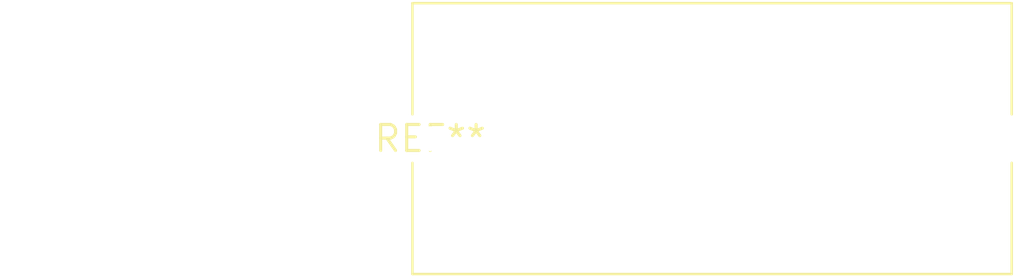
<source format=kicad_pcb>
(kicad_pcb (version 20240108) (generator pcbnew)
  (layers (0 "F.Cu" signal) (31 "B.Cu" signal) (34 "B.Paste" user) (35 "F.Paste" user) (36 "B.SilkS" user "B.Silkscreen") (37 "F.SilkS" user "F.Silkscreen") (38 "B.Mask" user) (39 "F.Mask" user) (44 "Edge.Cuts" user))
  (net 0 "")
  (footprint "C_Rect_L29.0mm_W13.0mm_P27.50mm_MKT" (layer "F.Cu") (at 0 0)
    (property "Reference" "REF**")
    (property "Value" "C_Rect_L29.0mm_W13.0mm_P27.50mm_MKT")
    (fp_line (start -0.87 -6.62) (end -0.87 -1.185) (layer "F.SilkS") (stroke (width 0.12)))
    (fp_line (start -0.87 -6.62) (end 28.37 -6.62) (layer "F.SilkS") (stroke (width 0.12)))
    (fp_line (start -0.87 1.185) (end -0.87 6.62) (layer "F.SilkS") (stroke (width 0.12)))
    (fp_line (start -0.87 6.62) (end 28.37 6.62) (layer "F.SilkS") (stroke (width 0.12)))
    (fp_line (start 28.37 -6.62) (end 28.37 -1.185) (layer "F.SilkS") (stroke (width 0.12)))
    (fp_line (start 28.37 1.185) (end 28.37 6.62) (layer "F.SilkS") (stroke (width 0.12)))
    (pad "1" thru_hole circle (at 0 0) (size 2.4 2.4) (drill 1.2) (layers *.Cu *.Mask) (remove_unused_layers))
    (pad "2" thru_hole circle (at 27.5 0) (size 2.4 2.4) (drill 1.2) (layers *.Cu *.Mask) (remove_unused_layers))
  )
)
</source>
